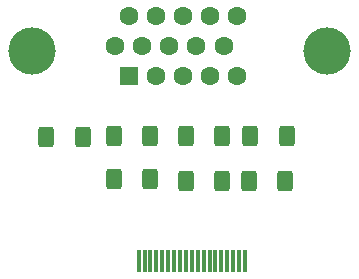
<source format=gts>
G04 #@! TF.GenerationSoftware,KiCad,Pcbnew,(6.0.0)*
G04 #@! TF.CreationDate,2022-02-22T23:34:22+01:00*
G04 #@! TF.ProjectId,VGADIRECTO,56474144-4952-4454-9354-4f2e6b696361,rev?*
G04 #@! TF.SameCoordinates,Original*
G04 #@! TF.FileFunction,Soldermask,Top*
G04 #@! TF.FilePolarity,Negative*
%FSLAX46Y46*%
G04 Gerber Fmt 4.6, Leading zero omitted, Abs format (unit mm)*
G04 Created by KiCad (PCBNEW (6.0.0)) date 2022-02-22 23:34:22*
%MOMM*%
%LPD*%
G01*
G04 APERTURE LIST*
G04 Aperture macros list*
%AMRoundRect*
0 Rectangle with rounded corners*
0 $1 Rounding radius*
0 $2 $3 $4 $5 $6 $7 $8 $9 X,Y pos of 4 corners*
0 Add a 4 corners polygon primitive as box body*
4,1,4,$2,$3,$4,$5,$6,$7,$8,$9,$2,$3,0*
0 Add four circle primitives for the rounded corners*
1,1,$1+$1,$2,$3*
1,1,$1+$1,$4,$5*
1,1,$1+$1,$6,$7*
1,1,$1+$1,$8,$9*
0 Add four rect primitives between the rounded corners*
20,1,$1+$1,$2,$3,$4,$5,0*
20,1,$1+$1,$4,$5,$6,$7,0*
20,1,$1+$1,$6,$7,$8,$9,0*
20,1,$1+$1,$8,$9,$2,$3,0*%
G04 Aperture macros list end*
%ADD10C,4.000000*%
%ADD11R,1.600000X1.600000*%
%ADD12C,1.600000*%
%ADD13RoundRect,0.250000X-0.400000X-0.625000X0.400000X-0.625000X0.400000X0.625000X-0.400000X0.625000X0*%
%ADD14R,0.300000X1.900000*%
G04 APERTURE END LIST*
D10*
X186995000Y-81770000D03*
X161995000Y-81770000D03*
D11*
X170180000Y-83820000D03*
D12*
X172470000Y-83820000D03*
X174760000Y-83820000D03*
X177050000Y-83820000D03*
X179340000Y-83820000D03*
X169035000Y-81280000D03*
X171325000Y-81280000D03*
X173615000Y-81280000D03*
X175905000Y-81280000D03*
X178195000Y-81280000D03*
X170180000Y-78740000D03*
X172470000Y-78740000D03*
X174760000Y-78740000D03*
X177050000Y-78740000D03*
X179340000Y-78740000D03*
D13*
X163169000Y-89027000D03*
X166269000Y-89027000D03*
X174980000Y-92710000D03*
X178080000Y-92710000D03*
X174980000Y-88900000D03*
X178080000Y-88900000D03*
X180314000Y-92710000D03*
X183414000Y-92710000D03*
X180441000Y-88900000D03*
X183541000Y-88900000D03*
X168884000Y-92583000D03*
X171984000Y-92583000D03*
X168884000Y-88900000D03*
X171984000Y-88900000D03*
D14*
X171010000Y-99520000D03*
X171510000Y-99520000D03*
X172010000Y-99520000D03*
X172510000Y-99520000D03*
X173010000Y-99520000D03*
X173510000Y-99520000D03*
X174010000Y-99520000D03*
X174510000Y-99520000D03*
X175010000Y-99520000D03*
X175510000Y-99520000D03*
X176010000Y-99520000D03*
X176510000Y-99520000D03*
X177010000Y-99520000D03*
X177510000Y-99520000D03*
X178010000Y-99520000D03*
X178510000Y-99520000D03*
X179010000Y-99520000D03*
X179510000Y-99520000D03*
X180010000Y-99520000D03*
M02*

</source>
